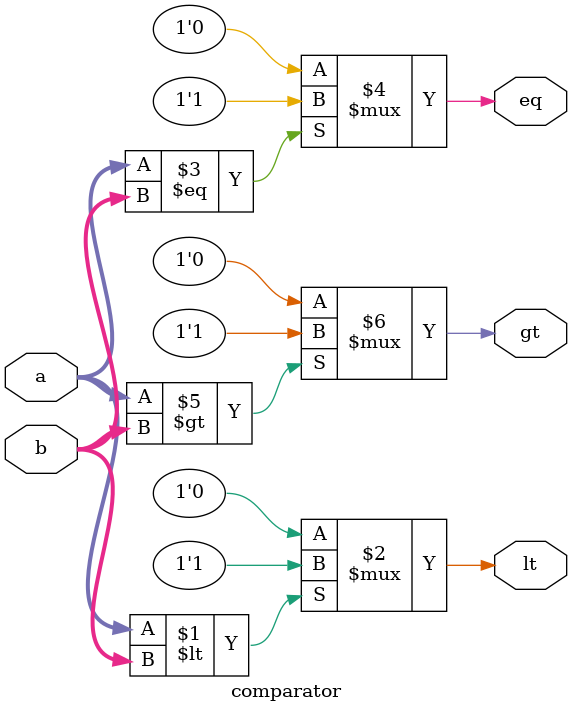
<source format=v>


module comparator #(
   parameter WIDTH = 8      // data width
   ) (
   input [WIDTH-1:0] a, b,  // values to compare
   output            lt,    // high when a < b
   output            eq,    // high when a = b
   output            gt     // high when a > b
   );

   assign lt = (a < b) ? 1'b1 : 1'b0;
   assign eq = (a == b) ? 1'b1 : 1'b0;
   assign gt = (a > b) ? 1'b1 : 1'b0;

endmodule  // comparator

</source>
